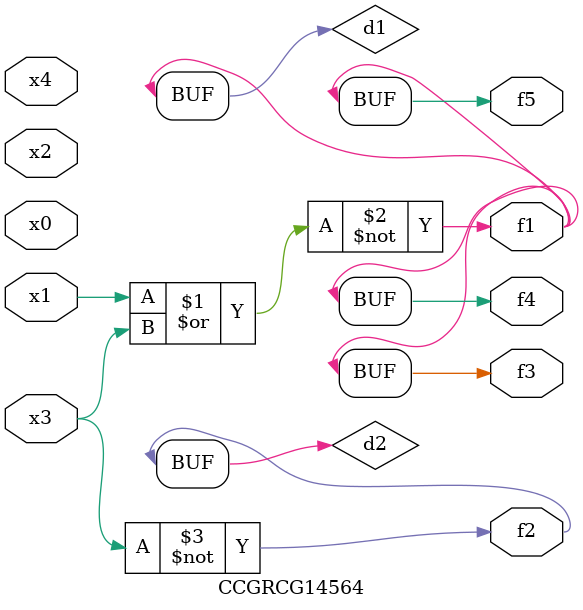
<source format=v>
module CCGRCG14564(
	input x0, x1, x2, x3, x4,
	output f1, f2, f3, f4, f5
);

	wire d1, d2;

	nor (d1, x1, x3);
	not (d2, x3);
	assign f1 = d1;
	assign f2 = d2;
	assign f3 = d1;
	assign f4 = d1;
	assign f5 = d1;
endmodule

</source>
